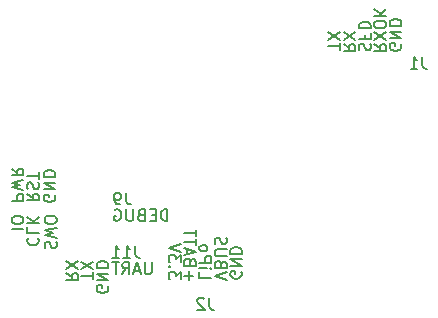
<source format=gbo>
G04 #@! TF.FileFunction,Legend,Bot*
%FSLAX45Y45*%
G04 Gerber Fmt 4.5, Leading zero omitted, Abs format (unit mm)*
G04 Created by KiCad (PCBNEW 4.0.7-e2-6376~61~ubuntu18.04.1) date Fri May  3 18:21:01 2019*
%MOMM*%
%LPD*%
G01*
G04 APERTURE LIST*
%ADD10C,0.100000*%
%ADD11C,0.200000*%
%ADD12C,0.150000*%
G04 APERTURE END LIST*
D10*
D11*
X13649524Y-9208095D02*
X13644762Y-9193810D01*
X13644762Y-9170000D01*
X13649524Y-9160476D01*
X13654286Y-9155714D01*
X13663809Y-9150952D01*
X13673333Y-9150952D01*
X13682857Y-9155714D01*
X13687619Y-9160476D01*
X13692381Y-9170000D01*
X13697143Y-9189048D01*
X13701905Y-9198571D01*
X13706667Y-9203333D01*
X13716190Y-9208095D01*
X13725714Y-9208095D01*
X13735238Y-9203333D01*
X13740000Y-9198571D01*
X13744762Y-9189048D01*
X13744762Y-9165238D01*
X13740000Y-9150952D01*
X13744762Y-9117619D02*
X13644762Y-9093810D01*
X13716190Y-9074762D01*
X13644762Y-9055714D01*
X13744762Y-9031905D01*
X13744762Y-8974762D02*
X13744762Y-8955714D01*
X13740000Y-8946190D01*
X13730476Y-8936667D01*
X13711429Y-8931905D01*
X13678095Y-8931905D01*
X13659048Y-8936667D01*
X13649524Y-8946190D01*
X13644762Y-8955714D01*
X13644762Y-8974762D01*
X13649524Y-8984286D01*
X13659048Y-8993810D01*
X13678095Y-8998571D01*
X13711429Y-8998571D01*
X13730476Y-8993810D01*
X13740000Y-8984286D01*
X13744762Y-8974762D01*
X14549524Y-9325238D02*
X14549524Y-9406191D01*
X14544762Y-9415714D01*
X14540000Y-9420476D01*
X14530476Y-9425238D01*
X14511428Y-9425238D01*
X14501905Y-9420476D01*
X14497143Y-9415714D01*
X14492381Y-9406191D01*
X14492381Y-9325238D01*
X14449524Y-9396667D02*
X14401905Y-9396667D01*
X14459048Y-9425238D02*
X14425714Y-9325238D01*
X14392381Y-9425238D01*
X14301905Y-9425238D02*
X14335238Y-9377619D01*
X14359048Y-9425238D02*
X14359048Y-9325238D01*
X14320952Y-9325238D01*
X14311428Y-9330000D01*
X14306667Y-9334762D01*
X14301905Y-9344286D01*
X14301905Y-9358571D01*
X14306667Y-9368095D01*
X14311428Y-9372857D01*
X14320952Y-9377619D01*
X14359048Y-9377619D01*
X14273333Y-9325238D02*
X14216190Y-9325238D01*
X14244762Y-9425238D02*
X14244762Y-9325238D01*
X14683809Y-8975238D02*
X14683809Y-8875238D01*
X14660000Y-8875238D01*
X14645714Y-8880000D01*
X14636190Y-8889524D01*
X14631428Y-8899048D01*
X14626667Y-8918095D01*
X14626667Y-8932381D01*
X14631428Y-8951429D01*
X14636190Y-8960952D01*
X14645714Y-8970476D01*
X14660000Y-8975238D01*
X14683809Y-8975238D01*
X14583809Y-8922857D02*
X14550476Y-8922857D01*
X14536190Y-8975238D02*
X14583809Y-8975238D01*
X14583809Y-8875238D01*
X14536190Y-8875238D01*
X14460000Y-8922857D02*
X14445714Y-8927619D01*
X14440952Y-8932381D01*
X14436190Y-8941905D01*
X14436190Y-8956191D01*
X14440952Y-8965714D01*
X14445714Y-8970476D01*
X14455238Y-8975238D01*
X14493333Y-8975238D01*
X14493333Y-8875238D01*
X14460000Y-8875238D01*
X14450476Y-8880000D01*
X14445714Y-8884762D01*
X14440952Y-8894286D01*
X14440952Y-8903810D01*
X14445714Y-8913333D01*
X14450476Y-8918095D01*
X14460000Y-8922857D01*
X14493333Y-8922857D01*
X14393333Y-8875238D02*
X14393333Y-8956191D01*
X14388571Y-8965714D01*
X14383809Y-8970476D01*
X14374286Y-8975238D01*
X14355238Y-8975238D01*
X14345714Y-8970476D01*
X14340952Y-8965714D01*
X14336190Y-8956191D01*
X14336190Y-8875238D01*
X14236190Y-8880000D02*
X14245714Y-8875238D01*
X14260000Y-8875238D01*
X14274286Y-8880000D01*
X14283809Y-8889524D01*
X14288571Y-8899048D01*
X14293333Y-8918095D01*
X14293333Y-8932381D01*
X14288571Y-8951429D01*
X14283809Y-8960952D01*
X14274286Y-8970476D01*
X14260000Y-8975238D01*
X14250476Y-8975238D01*
X14236190Y-8970476D01*
X14231428Y-8965714D01*
X14231428Y-8932381D01*
X14250476Y-8932381D01*
X13504286Y-9119524D02*
X13499524Y-9124286D01*
X13494762Y-9138571D01*
X13494762Y-9148095D01*
X13499524Y-9162381D01*
X13509048Y-9171905D01*
X13518571Y-9176667D01*
X13537619Y-9181429D01*
X13551905Y-9181429D01*
X13570952Y-9176667D01*
X13580476Y-9171905D01*
X13590000Y-9162381D01*
X13594762Y-9148095D01*
X13594762Y-9138571D01*
X13590000Y-9124286D01*
X13585238Y-9119524D01*
X13494762Y-9029048D02*
X13494762Y-9076667D01*
X13594762Y-9076667D01*
X13494762Y-8995714D02*
X13594762Y-8995714D01*
X13494762Y-8938571D02*
X13551905Y-8981429D01*
X13594762Y-8938571D02*
X13537619Y-8995714D01*
X13364762Y-9042381D02*
X13464762Y-9042381D01*
X13464762Y-8975714D02*
X13464762Y-8956667D01*
X13460000Y-8947143D01*
X13450476Y-8937619D01*
X13431429Y-8932857D01*
X13398095Y-8932857D01*
X13379048Y-8937619D01*
X13369524Y-8947143D01*
X13364762Y-8956667D01*
X13364762Y-8975714D01*
X13369524Y-8985238D01*
X13379048Y-8994762D01*
X13398095Y-8999524D01*
X13431429Y-8999524D01*
X13450476Y-8994762D01*
X13460000Y-8985238D01*
X13464762Y-8975714D01*
X13364762Y-8803333D02*
X13464762Y-8803333D01*
X13464762Y-8765238D01*
X13460000Y-8755714D01*
X13455238Y-8750952D01*
X13445714Y-8746190D01*
X13431429Y-8746190D01*
X13421905Y-8750952D01*
X13417143Y-8755714D01*
X13412381Y-8765238D01*
X13412381Y-8803333D01*
X13464762Y-8712857D02*
X13364762Y-8689048D01*
X13436190Y-8670000D01*
X13364762Y-8650952D01*
X13464762Y-8627143D01*
X13364762Y-8531905D02*
X13412381Y-8565238D01*
X13364762Y-8589048D02*
X13464762Y-8589048D01*
X13464762Y-8550952D01*
X13460000Y-8541429D01*
X13455238Y-8536667D01*
X13445714Y-8531905D01*
X13431429Y-8531905D01*
X13421905Y-8536667D01*
X13417143Y-8541429D01*
X13412381Y-8550952D01*
X13412381Y-8589048D01*
X13494762Y-8744762D02*
X13542381Y-8778095D01*
X13494762Y-8801905D02*
X13594762Y-8801905D01*
X13594762Y-8763810D01*
X13590000Y-8754286D01*
X13585238Y-8749524D01*
X13575714Y-8744762D01*
X13561429Y-8744762D01*
X13551905Y-8749524D01*
X13547143Y-8754286D01*
X13542381Y-8763810D01*
X13542381Y-8801905D01*
X13499524Y-8706667D02*
X13494762Y-8692381D01*
X13494762Y-8668571D01*
X13499524Y-8659048D01*
X13504286Y-8654286D01*
X13513809Y-8649524D01*
X13523333Y-8649524D01*
X13532857Y-8654286D01*
X13537619Y-8659048D01*
X13542381Y-8668571D01*
X13547143Y-8687619D01*
X13551905Y-8697143D01*
X13556667Y-8701905D01*
X13566190Y-8706667D01*
X13575714Y-8706667D01*
X13585238Y-8701905D01*
X13590000Y-8697143D01*
X13594762Y-8687619D01*
X13594762Y-8663810D01*
X13590000Y-8649524D01*
X13594762Y-8620952D02*
X13594762Y-8563810D01*
X13494762Y-8592381D02*
X13594762Y-8592381D01*
X13730000Y-8756190D02*
X13734762Y-8765714D01*
X13734762Y-8780000D01*
X13730000Y-8794286D01*
X13720476Y-8803810D01*
X13710952Y-8808571D01*
X13691905Y-8813333D01*
X13677619Y-8813333D01*
X13658571Y-8808571D01*
X13649048Y-8803810D01*
X13639524Y-8794286D01*
X13634762Y-8780000D01*
X13634762Y-8770476D01*
X13639524Y-8756190D01*
X13644286Y-8751429D01*
X13677619Y-8751429D01*
X13677619Y-8770476D01*
X13634762Y-8708571D02*
X13734762Y-8708571D01*
X13634762Y-8651429D01*
X13734762Y-8651429D01*
X13634762Y-8603810D02*
X13734762Y-8603810D01*
X13734762Y-8580000D01*
X13730000Y-8565714D01*
X13720476Y-8556190D01*
X13710952Y-8551429D01*
X13691905Y-8546667D01*
X13677619Y-8546667D01*
X13658571Y-8551429D01*
X13649048Y-8556190D01*
X13639524Y-8565714D01*
X13634762Y-8580000D01*
X13634762Y-8603810D01*
X16660000Y-7476190D02*
X16664762Y-7485714D01*
X16664762Y-7500000D01*
X16660000Y-7514286D01*
X16650476Y-7523809D01*
X16640952Y-7528571D01*
X16621905Y-7533333D01*
X16607619Y-7533333D01*
X16588571Y-7528571D01*
X16579048Y-7523809D01*
X16569524Y-7514286D01*
X16564762Y-7500000D01*
X16564762Y-7490476D01*
X16569524Y-7476190D01*
X16574286Y-7471428D01*
X16607619Y-7471428D01*
X16607619Y-7490476D01*
X16564762Y-7428571D02*
X16664762Y-7428571D01*
X16564762Y-7371428D01*
X16664762Y-7371428D01*
X16564762Y-7323809D02*
X16664762Y-7323809D01*
X16664762Y-7300000D01*
X16660000Y-7285714D01*
X16650476Y-7276190D01*
X16640952Y-7271428D01*
X16621905Y-7266667D01*
X16607619Y-7266667D01*
X16588571Y-7271428D01*
X16579048Y-7276190D01*
X16569524Y-7285714D01*
X16564762Y-7300000D01*
X16564762Y-7323809D01*
X16434762Y-7479048D02*
X16482381Y-7512381D01*
X16434762Y-7536190D02*
X16534762Y-7536190D01*
X16534762Y-7498095D01*
X16530000Y-7488571D01*
X16525238Y-7483809D01*
X16515714Y-7479048D01*
X16501429Y-7479048D01*
X16491905Y-7483809D01*
X16487143Y-7488571D01*
X16482381Y-7498095D01*
X16482381Y-7536190D01*
X16534762Y-7445714D02*
X16434762Y-7379048D01*
X16534762Y-7379048D02*
X16434762Y-7445714D01*
X16534762Y-7321905D02*
X16534762Y-7302857D01*
X16530000Y-7293333D01*
X16520476Y-7283809D01*
X16501429Y-7279048D01*
X16468095Y-7279048D01*
X16449048Y-7283809D01*
X16439524Y-7293333D01*
X16434762Y-7302857D01*
X16434762Y-7321905D01*
X16439524Y-7331429D01*
X16449048Y-7340952D01*
X16468095Y-7345714D01*
X16501429Y-7345714D01*
X16520476Y-7340952D01*
X16530000Y-7331429D01*
X16534762Y-7321905D01*
X16434762Y-7236190D02*
X16534762Y-7236190D01*
X16434762Y-7179048D02*
X16491905Y-7221905D01*
X16534762Y-7179048D02*
X16477619Y-7236190D01*
X16309524Y-7531429D02*
X16304762Y-7517143D01*
X16304762Y-7493333D01*
X16309524Y-7483809D01*
X16314286Y-7479048D01*
X16323809Y-7474286D01*
X16333333Y-7474286D01*
X16342857Y-7479048D01*
X16347619Y-7483809D01*
X16352381Y-7493333D01*
X16357143Y-7512381D01*
X16361905Y-7521905D01*
X16366667Y-7526667D01*
X16376190Y-7531429D01*
X16385714Y-7531429D01*
X16395238Y-7526667D01*
X16400000Y-7521905D01*
X16404762Y-7512381D01*
X16404762Y-7488571D01*
X16400000Y-7474286D01*
X16357143Y-7398095D02*
X16357143Y-7431429D01*
X16304762Y-7431429D02*
X16404762Y-7431429D01*
X16404762Y-7383809D01*
X16304762Y-7345714D02*
X16404762Y-7345714D01*
X16404762Y-7321905D01*
X16400000Y-7307619D01*
X16390476Y-7298095D01*
X16380952Y-7293333D01*
X16361905Y-7288571D01*
X16347619Y-7288571D01*
X16328571Y-7293333D01*
X16319048Y-7298095D01*
X16309524Y-7307619D01*
X16304762Y-7321905D01*
X16304762Y-7345714D01*
X16174762Y-7476667D02*
X16222381Y-7510000D01*
X16174762Y-7533809D02*
X16274762Y-7533809D01*
X16274762Y-7495714D01*
X16270000Y-7486190D01*
X16265238Y-7481428D01*
X16255714Y-7476667D01*
X16241429Y-7476667D01*
X16231905Y-7481428D01*
X16227143Y-7486190D01*
X16222381Y-7495714D01*
X16222381Y-7533809D01*
X16274762Y-7443333D02*
X16174762Y-7376667D01*
X16274762Y-7376667D02*
X16174762Y-7443333D01*
X16144762Y-7526190D02*
X16144762Y-7469048D01*
X16044762Y-7497619D02*
X16144762Y-7497619D01*
X16144762Y-7445238D02*
X16044762Y-7378571D01*
X16144762Y-7378571D02*
X16044762Y-7445238D01*
X14794762Y-9467619D02*
X14794762Y-9405714D01*
X14756667Y-9439048D01*
X14756667Y-9424762D01*
X14751905Y-9415238D01*
X14747143Y-9410476D01*
X14737619Y-9405714D01*
X14713809Y-9405714D01*
X14704286Y-9410476D01*
X14699524Y-9415238D01*
X14694762Y-9424762D01*
X14694762Y-9453333D01*
X14699524Y-9462857D01*
X14704286Y-9467619D01*
X14704286Y-9362857D02*
X14699524Y-9358095D01*
X14694762Y-9362857D01*
X14699524Y-9367619D01*
X14704286Y-9362857D01*
X14694762Y-9362857D01*
X14794762Y-9324762D02*
X14794762Y-9262857D01*
X14756667Y-9296191D01*
X14756667Y-9281905D01*
X14751905Y-9272381D01*
X14747143Y-9267619D01*
X14737619Y-9262857D01*
X14713809Y-9262857D01*
X14704286Y-9267619D01*
X14699524Y-9272381D01*
X14694762Y-9281905D01*
X14694762Y-9310476D01*
X14699524Y-9320000D01*
X14704286Y-9324762D01*
X14794762Y-9234286D02*
X14694762Y-9200952D01*
X14794762Y-9167619D01*
X14862857Y-9477143D02*
X14862857Y-9400952D01*
X14824762Y-9439048D02*
X14900952Y-9439048D01*
X14877143Y-9320000D02*
X14872381Y-9305714D01*
X14867619Y-9300952D01*
X14858095Y-9296191D01*
X14843809Y-9296191D01*
X14834286Y-9300952D01*
X14829524Y-9305714D01*
X14824762Y-9315238D01*
X14824762Y-9353333D01*
X14924762Y-9353333D01*
X14924762Y-9320000D01*
X14920000Y-9310476D01*
X14915238Y-9305714D01*
X14905714Y-9300952D01*
X14896190Y-9300952D01*
X14886667Y-9305714D01*
X14881905Y-9310476D01*
X14877143Y-9320000D01*
X14877143Y-9353333D01*
X14853333Y-9258095D02*
X14853333Y-9210476D01*
X14824762Y-9267619D02*
X14924762Y-9234286D01*
X14824762Y-9200952D01*
X14924762Y-9181905D02*
X14924762Y-9124762D01*
X14824762Y-9153333D02*
X14924762Y-9153333D01*
X14924762Y-9105714D02*
X14924762Y-9048571D01*
X14824762Y-9077143D02*
X14924762Y-9077143D01*
X14954762Y-9408095D02*
X14954762Y-9455714D01*
X15054762Y-9455714D01*
X14954762Y-9374762D02*
X15021429Y-9374762D01*
X15054762Y-9374762D02*
X15050000Y-9379524D01*
X15045238Y-9374762D01*
X15050000Y-9370000D01*
X15054762Y-9374762D01*
X15045238Y-9374762D01*
X14954762Y-9327143D02*
X15054762Y-9327143D01*
X15054762Y-9289048D01*
X15050000Y-9279524D01*
X15045238Y-9274762D01*
X15035714Y-9270000D01*
X15021429Y-9270000D01*
X15011905Y-9274762D01*
X15007143Y-9279524D01*
X15002381Y-9289048D01*
X15002381Y-9327143D01*
X14954762Y-9212857D02*
X14959524Y-9222381D01*
X14964286Y-9227143D01*
X14973809Y-9231905D01*
X15002381Y-9231905D01*
X15011905Y-9227143D01*
X15016667Y-9222381D01*
X15021429Y-9212857D01*
X15021429Y-9198571D01*
X15016667Y-9189048D01*
X15011905Y-9184286D01*
X15002381Y-9179524D01*
X14973809Y-9179524D01*
X14964286Y-9184286D01*
X14959524Y-9189048D01*
X14954762Y-9198571D01*
X14954762Y-9212857D01*
X15184762Y-9473333D02*
X15084762Y-9440000D01*
X15184762Y-9406667D01*
X15137143Y-9340000D02*
X15132381Y-9325714D01*
X15127619Y-9320952D01*
X15118095Y-9316190D01*
X15103809Y-9316190D01*
X15094286Y-9320952D01*
X15089524Y-9325714D01*
X15084762Y-9335238D01*
X15084762Y-9373333D01*
X15184762Y-9373333D01*
X15184762Y-9340000D01*
X15180000Y-9330476D01*
X15175238Y-9325714D01*
X15165714Y-9320952D01*
X15156190Y-9320952D01*
X15146667Y-9325714D01*
X15141905Y-9330476D01*
X15137143Y-9340000D01*
X15137143Y-9373333D01*
X15184762Y-9273333D02*
X15103809Y-9273333D01*
X15094286Y-9268571D01*
X15089524Y-9263810D01*
X15084762Y-9254286D01*
X15084762Y-9235238D01*
X15089524Y-9225714D01*
X15094286Y-9220952D01*
X15103809Y-9216190D01*
X15184762Y-9216190D01*
X15089524Y-9173333D02*
X15084762Y-9159048D01*
X15084762Y-9135238D01*
X15089524Y-9125714D01*
X15094286Y-9120952D01*
X15103809Y-9116190D01*
X15113333Y-9116190D01*
X15122857Y-9120952D01*
X15127619Y-9125714D01*
X15132381Y-9135238D01*
X15137143Y-9154286D01*
X15141905Y-9163810D01*
X15146667Y-9168571D01*
X15156190Y-9173333D01*
X15165714Y-9173333D01*
X15175238Y-9168571D01*
X15180000Y-9163810D01*
X15184762Y-9154286D01*
X15184762Y-9130476D01*
X15180000Y-9116190D01*
X15310000Y-9406190D02*
X15314762Y-9415714D01*
X15314762Y-9430000D01*
X15310000Y-9444286D01*
X15300476Y-9453810D01*
X15290952Y-9458571D01*
X15271905Y-9463333D01*
X15257619Y-9463333D01*
X15238571Y-9458571D01*
X15229048Y-9453810D01*
X15219524Y-9444286D01*
X15214762Y-9430000D01*
X15214762Y-9420476D01*
X15219524Y-9406190D01*
X15224286Y-9401429D01*
X15257619Y-9401429D01*
X15257619Y-9420476D01*
X15214762Y-9358571D02*
X15314762Y-9358571D01*
X15214762Y-9301429D01*
X15314762Y-9301429D01*
X15214762Y-9253810D02*
X15314762Y-9253810D01*
X15314762Y-9230000D01*
X15310000Y-9215714D01*
X15300476Y-9206190D01*
X15290952Y-9201429D01*
X15271905Y-9196667D01*
X15257619Y-9196667D01*
X15238571Y-9201429D01*
X15229048Y-9206190D01*
X15219524Y-9215714D01*
X15214762Y-9230000D01*
X15214762Y-9253810D01*
X13824762Y-9416667D02*
X13872381Y-9450000D01*
X13824762Y-9473810D02*
X13924762Y-9473810D01*
X13924762Y-9435714D01*
X13920000Y-9426190D01*
X13915238Y-9421429D01*
X13905714Y-9416667D01*
X13891429Y-9416667D01*
X13881905Y-9421429D01*
X13877143Y-9426190D01*
X13872381Y-9435714D01*
X13872381Y-9473810D01*
X13924762Y-9383333D02*
X13824762Y-9316667D01*
X13924762Y-9316667D02*
X13824762Y-9383333D01*
X14054762Y-9466191D02*
X14054762Y-9409048D01*
X13954762Y-9437619D02*
X14054762Y-9437619D01*
X14054762Y-9385238D02*
X13954762Y-9318571D01*
X14054762Y-9318571D02*
X13954762Y-9385238D01*
X14180000Y-9526190D02*
X14184762Y-9535714D01*
X14184762Y-9550000D01*
X14180000Y-9564286D01*
X14170476Y-9573810D01*
X14160952Y-9578571D01*
X14141905Y-9583333D01*
X14127619Y-9583333D01*
X14108571Y-9578571D01*
X14099048Y-9573810D01*
X14089524Y-9564286D01*
X14084762Y-9550000D01*
X14084762Y-9540476D01*
X14089524Y-9526190D01*
X14094286Y-9521429D01*
X14127619Y-9521429D01*
X14127619Y-9540476D01*
X14084762Y-9478571D02*
X14184762Y-9478571D01*
X14084762Y-9421429D01*
X14184762Y-9421429D01*
X14084762Y-9373810D02*
X14184762Y-9373810D01*
X14184762Y-9350000D01*
X14180000Y-9335714D01*
X14170476Y-9326190D01*
X14160952Y-9321429D01*
X14141905Y-9316667D01*
X14127619Y-9316667D01*
X14108571Y-9321429D01*
X14099048Y-9326190D01*
X14089524Y-9335714D01*
X14084762Y-9350000D01*
X14084762Y-9373810D01*
D12*
X14410952Y-9185238D02*
X14410952Y-9256667D01*
X14415714Y-9270952D01*
X14425238Y-9280476D01*
X14439524Y-9285238D01*
X14449048Y-9285238D01*
X14310952Y-9285238D02*
X14368095Y-9285238D01*
X14339524Y-9285238D02*
X14339524Y-9185238D01*
X14349048Y-9199524D01*
X14358571Y-9209048D01*
X14368095Y-9213810D01*
X14215714Y-9285238D02*
X14272857Y-9285238D01*
X14244286Y-9285238D02*
X14244286Y-9185238D01*
X14253809Y-9199524D01*
X14263333Y-9209048D01*
X14272857Y-9213810D01*
X14333333Y-8735238D02*
X14333333Y-8806667D01*
X14338095Y-8820952D01*
X14347619Y-8830476D01*
X14361905Y-8835238D01*
X14371429Y-8835238D01*
X14280952Y-8835238D02*
X14261905Y-8835238D01*
X14252381Y-8830476D01*
X14247619Y-8825714D01*
X14238095Y-8811429D01*
X14233333Y-8792381D01*
X14233333Y-8754286D01*
X14238095Y-8744762D01*
X14242857Y-8740000D01*
X14252381Y-8735238D01*
X14271429Y-8735238D01*
X14280952Y-8740000D01*
X14285714Y-8744762D01*
X14290476Y-8754286D01*
X14290476Y-8778095D01*
X14285714Y-8787619D01*
X14280952Y-8792381D01*
X14271429Y-8797143D01*
X14252381Y-8797143D01*
X14242857Y-8792381D01*
X14238095Y-8787619D01*
X14233333Y-8778095D01*
X16843333Y-7585238D02*
X16843333Y-7656667D01*
X16848095Y-7670952D01*
X16857619Y-7680476D01*
X16871905Y-7685238D01*
X16881429Y-7685238D01*
X16743333Y-7685238D02*
X16800476Y-7685238D01*
X16771905Y-7685238D02*
X16771905Y-7585238D01*
X16781429Y-7599524D01*
X16790952Y-7609048D01*
X16800476Y-7613809D01*
X15036333Y-9625238D02*
X15036333Y-9696667D01*
X15041095Y-9710952D01*
X15050619Y-9720476D01*
X15064905Y-9725238D01*
X15074429Y-9725238D01*
X14993476Y-9634762D02*
X14988714Y-9630000D01*
X14979190Y-9625238D01*
X14955381Y-9625238D01*
X14945857Y-9630000D01*
X14941095Y-9634762D01*
X14936333Y-9644286D01*
X14936333Y-9653810D01*
X14941095Y-9668095D01*
X14998238Y-9725238D01*
X14936333Y-9725238D01*
M02*

</source>
